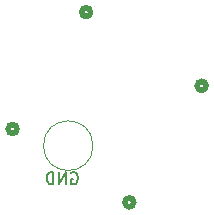
<source format=gbr>
%TF.GenerationSoftware,KiCad,Pcbnew,7.0.5*%
%TF.CreationDate,2023-06-19T13:42:10-05:00*%
%TF.ProjectId,VoidSwitch,566f6964-5377-4697-9463-682e6b696361,rev?*%
%TF.SameCoordinates,Original*%
%TF.FileFunction,Legend,Bot*%
%TF.FilePolarity,Positive*%
%FSLAX46Y46*%
G04 Gerber Fmt 4.6, Leading zero omitted, Abs format (unit mm)*
G04 Created by KiCad (PCBNEW 7.0.5) date 2023-06-19 13:42:10*
%MOMM*%
%LPD*%
G01*
G04 APERTURE LIST*
%ADD10C,0.150000*%
%ADD11C,0.120000*%
%ADD12C,0.508000*%
G04 APERTURE END LIST*
D10*
%TO.C,GND*%
X145361904Y-102202438D02*
X145457142Y-102154819D01*
X145457142Y-102154819D02*
X145599999Y-102154819D01*
X145599999Y-102154819D02*
X145742856Y-102202438D01*
X145742856Y-102202438D02*
X145838094Y-102297676D01*
X145838094Y-102297676D02*
X145885713Y-102392914D01*
X145885713Y-102392914D02*
X145933332Y-102583390D01*
X145933332Y-102583390D02*
X145933332Y-102726247D01*
X145933332Y-102726247D02*
X145885713Y-102916723D01*
X145885713Y-102916723D02*
X145838094Y-103011961D01*
X145838094Y-103011961D02*
X145742856Y-103107200D01*
X145742856Y-103107200D02*
X145599999Y-103154819D01*
X145599999Y-103154819D02*
X145504761Y-103154819D01*
X145504761Y-103154819D02*
X145361904Y-103107200D01*
X145361904Y-103107200D02*
X145314285Y-103059580D01*
X145314285Y-103059580D02*
X145314285Y-102726247D01*
X145314285Y-102726247D02*
X145504761Y-102726247D01*
X144885713Y-103154819D02*
X144885713Y-102154819D01*
X144885713Y-102154819D02*
X144314285Y-103154819D01*
X144314285Y-103154819D02*
X144314285Y-102154819D01*
X143838094Y-103154819D02*
X143838094Y-102154819D01*
X143838094Y-102154819D02*
X143599999Y-102154819D01*
X143599999Y-102154819D02*
X143457142Y-102202438D01*
X143457142Y-102202438D02*
X143361904Y-102297676D01*
X143361904Y-102297676D02*
X143314285Y-102392914D01*
X143314285Y-102392914D02*
X143266666Y-102583390D01*
X143266666Y-102583390D02*
X143266666Y-102726247D01*
X143266666Y-102726247D02*
X143314285Y-102916723D01*
X143314285Y-102916723D02*
X143361904Y-103011961D01*
X143361904Y-103011961D02*
X143457142Y-103107200D01*
X143457142Y-103107200D02*
X143599999Y-103154819D01*
X143599999Y-103154819D02*
X143838094Y-103154819D01*
D11*
X147200000Y-99900000D02*
G75*
G03*
X147200000Y-99900000I-2100000J0D01*
G01*
D12*
%TO.C,GPIO*%
X146996800Y-88593500D02*
G75*
G03*
X146996800Y-88593500I-381000J0D01*
G01*
%TO.C,+5V*%
X150654400Y-104700000D02*
G75*
G03*
X150654400Y-104700000I-381000J0D01*
G01*
%TO.C,DOUT*%
X156781000Y-94829900D02*
G75*
G03*
X156781000Y-94829900I-381000J0D01*
G01*
%TO.C,DIN*%
X140774600Y-98487500D02*
G75*
G03*
X140774600Y-98487500I-381000J0D01*
G01*
%TD*%
M02*

</source>
